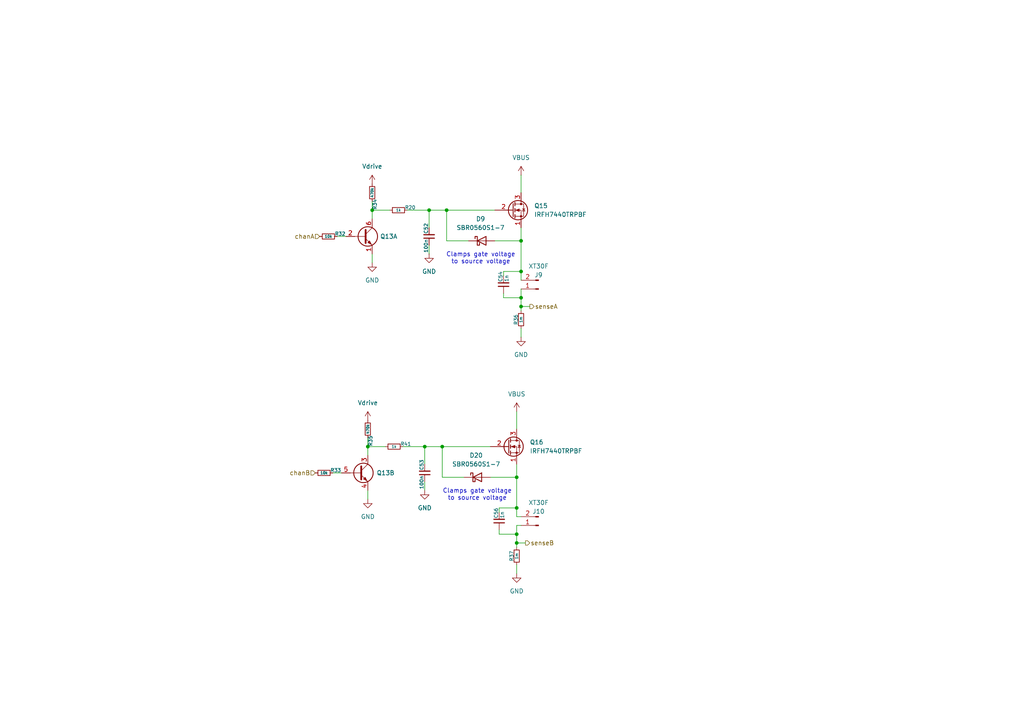
<source format=kicad_sch>
(kicad_sch (version 20250114) (generator "eeschema") (generator_version "9.0")
  (paper "A4")
  (lib_symbols
    (symbol "Bluesat:C_CompactH" (pin_numbers (hide yes)) (pin_names (offset 0.254) (hide yes))
      (property "Reference" "C" (at 0.762 0.889 0))
      (property "Value" "C_CompactH" (at -0.762 0.889 0))
      (symbol "C_CompactH_0_1"
        (polyline (pts (xy -0.508 -1.524) (xy -0.508 1.524)) (stroke (width 0.3048)))
        (polyline (pts (xy 0.508 -1.524) (xy 0.508 1.524)) (stroke (width 0.3302)))
      )
      (symbol "C_CompactH_1_1"
        (pin passive line (at -2.54 0 0) (length 2.032) (name "~") (number "1"))
        (pin passive line (at 2.54 0 180) (length 2.032) (name "~") (number "2"))
      )
    )
    (symbol "Bluesat:C_CompactV" (pin_numbers (hide yes)) (pin_names (offset 0.254) (hide yes))
      (property "Reference" "C" (at -0.889 0.762 90))
      (property "Value" "C_CompactV" (at 0.889 0.762 90))
      (symbol "C_CompactV_0_1"
        (polyline (pts (xy 1.524 0.508) (xy -1.524 0.508)) (stroke (width 0.3302)))
        (polyline (pts (xy 1.524 -0.508) (xy -1.524 -0.508)) (stroke (width 0.3048)))
      )
      (symbol "C_CompactV_1_1"
        (pin passive line (at 0 2.54 270) (length 2.032) (name "~") (number "2"))
        (pin passive line (at 0 -2.54 90) (length 2.032) (name "~") (number "1"))
      )
    )
    (symbol "Bluesat:R_CompactH" (pin_numbers (hide yes)) (pin_names (offset 0.254) (hide yes))
      (property "Reference" "R" (at 1.8415 0.1905 0))
      (property "Value" "R_CompactH" (at 0 0 0))
      (symbol "R_CompactH_0_1"
        (rectangle (start -1.778 -0.762) (end 1.778 0.762) (stroke (width 0.2032)))
      )
      (symbol "R_CompactH_1_1"
        (pin passive line (at -2.54 0 0) (length 0.762) (name "~") (number "1"))
        (pin passive line (at 2.54 0 180) (length 0.762) (name "~") (number "2"))
      )
    )
    (symbol "Bluesat:R_CompactV" (pin_numbers (hide yes)) (pin_names (offset 0.254) (hide yes))
      (property "Reference" "R" (at -0.889 0 90))
      (property "Value" "R_CompactV" (at 0 0 90))
      (symbol "R_CompactV_0_1"
        (rectangle (start -0.762 1.778) (end 0.762 -1.778) (stroke (width 0.2032)))
      )
      (symbol "R_CompactV_1_1"
        (pin passive line (at 0 2.54 270) (length 0.762) (name "~") (number "1"))
        (pin passive line (at 0 -2.54 90) (length 0.762) (name "~") (number "2"))
      )
    )
    (symbol "Connector:Conn_01x02_Pin" (pin_names (offset 1.016) (hide yes))
      (property "Reference" "J" (at 0 2.54 0))
      (property "Value" "Conn_01x02_Pin" (at 0 -5.08 0))
      (symbol "Conn_01x02_Pin_1_1"
        (rectangle (start 0.8636 0.127) (end 0 -0.127) (stroke (width 0.1524)) (fill (type outline)))
        (rectangle (start 0.8636 -2.413) (end 0 -2.667) (stroke (width 0.1524)) (fill (type outline)))
        (polyline (pts (xy 1.27 0) (xy 0.8636 0)) (stroke (width 0.1524)))
        (polyline (pts (xy 1.27 -2.54) (xy 0.8636 -2.54)) (stroke (width 0.1524)))
        (pin passive line (at 5.08 0 180) (length 3.81) (name "Pin_1") (number "1"))
        (pin passive line (at 5.08 -2.54 180) (length 3.81) (name "Pin_2") (number "2"))
      )
    )
    (symbol "Device:D_Schottky" (pin_numbers (hide yes)) (pin_names (offset 1.016) (hide yes))
      (property "Reference" "D" (at 0 2.54 0))
      (property "Value" "D_Schottky" (at 0 -2.54 0))
      (symbol "D_Schottky_0_1"
        (polyline (pts (xy -1.905 0.635) (xy -1.905 1.27) (xy -1.27 1.27) (xy -1.27 -1.27) (xy -0.635 -1.27) (xy -0.635 -0.635)) (stroke (width 0.254)))
        (polyline (pts (xy 1.27 1.27) (xy 1.27 -1.27) (xy -1.27 0) (xy 1.27 1.27)) (stroke (width 0.254)))
        (polyline (pts (xy 1.27 0) (xy -1.27 0)))
      )
      (symbol "D_Schottky_1_1"
        (pin passive line (at -3.81 0 0) (length 2.54) (name "K") (number "1"))
        (pin passive line (at 3.81 0 180) (length 2.54) (name "A") (number "2"))
      )
    )
    (symbol "Transistor_BJT:Q_Dual_NPN_NPN_E1B1C2E2B2C1" (pin_names (offset 0) (hide yes))
      (property "Reference" "Q" (at 5.08 1.27 0))
      (property "Value" "Q_Dual_NPN_NPN_E1B1C2E2B2C1" (at 5.08 -1.27 0))
      (symbol "Q_Dual_NPN_NPN_E1B1C2E2B2C1_0_1"
        (polyline (pts (xy 0.635 1.905) (xy 0.635 -1.905)) (stroke (width 0.508)))
        (polyline (pts (xy 0.635 0.635) (xy 2.54 2.54)))
        (polyline (pts (xy 0.635 0) (xy -2.54 0)))
        (polyline (pts (xy 0.635 -0.635) (xy 2.54 -2.54)))
        (circle (center 1.27 0) (radius 2.8194) (stroke (width 0.254)))
        (polyline (pts (xy 1.27 -1.778) (xy 1.778 -1.27) (xy 2.286 -2.286) (xy 1.27 -1.778)) (fill (type outline)))
      )
      (symbol "Q_Dual_NPN_NPN_E1B1C2E2B2C1_1_1"
        (pin input line (at -5.08 0 0) (length 2.54) (name "B1") (number "2"))
        (pin passive line (at 2.54 5.08 270) (length 2.54) (name "C1") (number "6"))
        (pin passive line (at 2.54 -5.08 90) (length 2.54) (name "E1") (number "1"))
      )
      (symbol "Q_Dual_NPN_NPN_E1B1C2E2B2C1_2_1"
        (pin input line (at -5.08 0 0) (length 2.54) (name "B2") (number "5"))
        (pin passive line (at 2.54 5.08 270) (length 2.54) (name "C2") (number "3"))
        (pin passive line (at 2.54 -5.08 90) (length 2.54) (name "E2") (number "4"))
      )
    )
    (symbol "Transistor_FET:Q_NMOS_SGD" (pin_names (offset 0) (hide yes))
      (property "Reference" "Q" (at 5.08 1.905 0))
      (property "Value" "Q_NMOS_SGD" (at 5.08 0 0))
      (symbol "Q_NMOS_SGD_0_1"
        (polyline (pts (xy 0.254 1.905) (xy 0.254 -1.905)) (stroke (width 0.254)))
        (polyline (pts (xy 0.254 0) (xy -2.54 0)))
        (polyline (pts (xy 0.762 2.286) (xy 0.762 1.27)) (stroke (width 0.254)))
        (polyline (pts (xy 0.762 0.508) (xy 0.762 -0.508)) (stroke (width 0.254)))
        (polyline (pts (xy 0.762 -1.27) (xy 0.762 -2.286)) (stroke (width 0.254)))
        (polyline (pts (xy 0.762 -1.778) (xy 3.302 -1.778) (xy 3.302 1.778) (xy 0.762 1.778)))
        (polyline (pts (xy 1.016 0) (xy 2.032 0.381) (xy 2.032 -0.381) (xy 1.016 0)) (fill (type outline)))
        (circle (center 1.651 0) (radius 2.794) (stroke (width 0.254)))
        (polyline (pts (xy 2.54 2.54) (xy 2.54 1.778)))
        (circle (center 2.54 1.778) (radius 0.254) (fill (type outline)))
        (circle (center 2.54 -1.778) (radius 0.254) (fill (type outline)))
        (polyline (pts (xy 2.54 -2.54) (xy 2.54 0) (xy 0.762 0)))
        (polyline (pts (xy 2.921 0.381) (xy 3.683 0.381)))
        (polyline (pts (xy 3.302 0.381) (xy 2.921 -0.254) (xy 3.683 -0.254) (xy 3.302 0.381)))
      )
      (symbol "Q_NMOS_SGD_1_1"
        (pin input line (at -5.08 0 0) (length 5.08) (name "G") (number "2"))
        (pin passive line (at 2.54 5.08 270) (length 2.54) (name "D") (number "3"))
        (pin passive line (at 2.54 -5.08 90) (length 2.54) (name "S") (number "1"))
      )
    )
    (symbol "power:GND" (power) (pin_numbers (hide yes)) (pin_names (offset 0) (hide yes))
      (property "Value" "GND" (at 0 -3.81 0))
      (symbol "GND_0_1"
        (polyline (pts (xy 0 0) (xy 0 -1.27) (xy 1.27 -1.27) (xy 0 -2.54) (xy -1.27 -1.27) (xy 0 -1.27)))
      )
      (symbol "GND_1_1"
        (pin power_in line (at 0 0 270) (length 0) (name "~") (number "1"))
      )
    )
    (symbol "power:VBUS" (power) (pin_numbers (hide yes)) (pin_names (offset 0) (hide yes))
      (property "Value" "VBUS" (at 0 3.556 0))
      (symbol "VBUS_0_1"
        (polyline (pts (xy -0.762 1.27) (xy 0 2.54)))
        (polyline (pts (xy 0 2.54) (xy 0.762 1.27)))
        (polyline (pts (xy 0 0) (xy 0 2.54)))
      )
      (symbol "VBUS_1_1"
        (pin power_in line (at 0 0 90) (length 0) (name "~") (number "1"))
      )
    )
    (symbol "power:Vdrive" (power) (pin_numbers (hide yes)) (pin_names (offset 0) (hide yes))
      (property "Value" "Vdrive" (at 0 3.556 0))
      (symbol "Vdrive_0_1"
        (polyline (pts (xy -0.762 1.27) (xy 0 2.54)))
        (polyline (pts (xy 0 2.54) (xy 0.762 1.27)))
        (polyline (pts (xy 0 0) (xy 0 2.54)))
      )
      (symbol "Vdrive_1_1"
        (pin power_in line (at 0 0 90) (length 0) (name "~") (number "1"))
      )
    )
  )
  (text "Clamps gate voltage\nto source voltage" (at 139.446 74.93 0) (effects (font (size 1.27 1.27))))
  (text "Clamps gate voltage\nto source voltage" (at 138.43 143.51 0) (effects (font (size 1.27 1.27))))
  (junction (at 149.86 138.43))
  (junction (at 149.86 157.48))
  (junction (at 149.86 147.32))
  (junction (at 107.95 60.96))
  (junction (at 129.54 60.96))
  (junction (at 151.13 86.36))
  (junction (at 123.19 129.54))
  (junction (at 151.13 78.74))
  (junction (at 128.27 129.54))
  (junction (at 149.86 154.94))
  (junction (at 124.46 60.96))
  (junction (at 151.13 69.85))
  (junction (at 106.68 129.54))
  (junction (at 151.13 88.9))
  (wire (pts (xy 106.68 129.54) (xy 106.68 132.08)))
  (wire (pts (xy 107.95 60.96) (xy 113.03 60.96)))
  (wire (pts (xy 123.19 129.54) (xy 128.27 129.54)))
  (wire (pts (xy 151.13 95.25) (xy 151.13 97.79)))
  (wire (pts (xy 106.68 129.54) (xy 111.76 129.54)))
  (wire (pts (xy 144.78 147.32) (xy 144.78 148.59)))
  (wire (pts (xy 151.13 86.36) (xy 151.13 88.9)))
  (wire (pts (xy 135.89 69.85) (xy 129.54 69.85)))
  (wire (pts (xy 124.46 60.96) (xy 129.54 60.96)))
  (wire (pts (xy 149.86 138.43) (xy 149.86 147.32)))
  (wire (pts (xy 107.95 60.96) (xy 107.95 63.5)))
  (wire (pts (xy 144.78 147.32) (xy 149.86 147.32)))
  (wire (pts (xy 107.95 73.66) (xy 107.95 76.2)))
  (wire (pts (xy 151.13 83.82) (xy 151.13 86.36)))
  (wire (pts (xy 142.24 138.43) (xy 149.86 138.43)))
  (wire (pts (xy 149.86 163.83) (xy 149.86 166.37)))
  (wire (pts (xy 129.54 69.85) (xy 129.54 60.96)))
  (wire (pts (xy 143.51 69.85) (xy 151.13 69.85)))
  (wire (pts (xy 146.05 78.74) (xy 151.13 78.74)))
  (wire (pts (xy 128.27 129.54) (xy 142.24 129.54)))
  (wire (pts (xy 149.86 157.48) (xy 152.4 157.48)))
  (wire (pts (xy 96.52 137.16) (xy 99.06 137.16)))
  (wire (pts (xy 129.54 60.96) (xy 143.51 60.96)))
  (wire (pts (xy 144.78 154.94) (xy 149.86 154.94)))
  (wire (pts (xy 106.68 142.24) (xy 106.68 144.78)))
  (wire (pts (xy 149.86 134.62) (xy 149.86 138.43)))
  (wire (pts (xy 146.05 78.74) (xy 146.05 80.01)))
  (wire (pts (xy 149.86 149.86) (xy 151.13 149.86)))
  (wire (pts (xy 146.05 85.09) (xy 146.05 86.36)))
  (wire (pts (xy 151.13 78.74) (xy 151.13 81.28)))
  (wire (pts (xy 146.05 86.36) (xy 151.13 86.36)))
  (wire (pts (xy 118.11 60.96) (xy 124.46 60.96)))
  (wire (pts (xy 123.19 139.7) (xy 123.19 142.24)))
  (wire (pts (xy 116.84 129.54) (xy 123.19 129.54)))
  (wire (pts (xy 106.68 127) (xy 106.68 129.54)))
  (wire (pts (xy 124.46 60.96) (xy 124.46 66.04)))
  (wire (pts (xy 149.86 154.94) (xy 149.86 157.48)))
  (wire (pts (xy 151.13 88.9) (xy 151.13 90.17)))
  (wire (pts (xy 151.13 50.8) (xy 151.13 55.88)))
  (wire (pts (xy 151.13 88.9) (xy 153.67 88.9)))
  (wire (pts (xy 149.86 152.4) (xy 151.13 152.4)))
  (wire (pts (xy 124.46 71.12) (xy 124.46 73.66)))
  (wire (pts (xy 134.62 138.43) (xy 128.27 138.43)))
  (wire (pts (xy 107.95 58.42) (xy 107.95 60.96)))
  (wire (pts (xy 123.19 129.54) (xy 123.19 134.62)))
  (wire (pts (xy 128.27 138.43) (xy 128.27 129.54)))
  (wire (pts (xy 151.13 66.04) (xy 151.13 69.85)))
  (wire (pts (xy 151.13 69.85) (xy 151.13 78.74)))
  (wire (pts (xy 149.86 147.32) (xy 149.86 149.86)))
  (wire (pts (xy 97.79 68.58) (xy 100.33 68.58)))
  (wire (pts (xy 149.86 152.4) (xy 149.86 154.94)))
  (wire (pts (xy 144.78 153.67) (xy 144.78 154.94)))
  (wire (pts (xy 149.86 119.38) (xy 149.86 124.46)))
  (wire (pts (xy 149.86 157.48) (xy 149.86 158.75)))
  (hierarchical_label "chanA" (shape input) (at 92.71 68.58 180))
  (hierarchical_label "senseA" (shape output) (at 153.67 88.9 0))
  (hierarchical_label "chanB" (shape input) (at 91.44 137.16 180))
  (hierarchical_label "senseB" (shape output) (at 152.4 157.48 0))
  (symbol (lib_id "power:VBUS") (at 149.86 119.38 0) (unit 1)
    (property "Reference" "#PWR0118" (effects (hide yes)))
    (property "Value" "VBUS" (at 149.86 114.3 0))
    (property "Description" "Power symbol creates a global label with name \"VBUS\"" (effects (hide yes)))
    (instances (project "system_power_hub" (path "" (reference "#PWR0131") (unit 1)) (path "" (reference "#PWR0101") (unit 1)) (path "" (reference "#PWR0118") (unit 1)) (path "" (reference "#PWR090") (unit 1))))
  )
  (symbol (lib_id "Bluesat:R_CompactH") (at 93.98 137.16 0) (unit 1)
    (property "Reference" "R6" (at 95.8215 136.9695 0) (effects (font (size 1.016 1.016)) (justify left bottom)))
    (property "Value" "10k" (at 93.98 137.16 0) (effects (font (size 0.762 0.762))))
    (property "Footprint" "Resistor_SMD:R_0402_1005Metric" (effects (hide yes)))
    (property "Description" "Resistor, compact symbol" (effects (hide yes)))
    (instances (project "system_power_hub" (path "" (reference "R33") (unit 1)) (path "" (reference "R25") (unit 1)) (path "" (reference "R6") (unit 1)) (path "" (reference "R21") (unit 1))))
  )
  (symbol (lib_id "Connector:Conn_01x02_Pin") (at 156.21 152.4 180) (unit 1)
    (property "Reference" "J4" (at 156.21 148.336 0))
    (property "Value" "XT30F" (at 156.21 145.796 0))
    (property "Footprint" "Connector_AMASS:AMASS_XT30PW-F_1x02_P2.50mm_Horizontal" (effects (hide yes)))
    (property "Description" "Generic connector, single row, 01x02, script generated" (effects (hide yes)))
    (instances (project "system_power_hub" (path "" (reference "J10") (unit 1)) (path "" (reference "J5") (unit 1)) (path "" (reference "J4") (unit 1)) (path "" (reference "J8") (unit 1))))
  )
  (symbol (lib_id "Transistor_FET:Q_NMOS_SGD") (at 148.59 60.96 0) (unit 1)
    (property "Reference" "Q4" (at 154.94 59.6899 0) (effects (justify left)))
    (property "Value" "IRFH7440TRPBF" (at 154.94 62.2299 0) (effects (justify left)))
    (property "Footprint" "Bluesat:PQFN_5x6mm_E_SGD" (effects (hide yes)))
    (property "Description" "N-MOSFET transistor, source/gate/drain" (effects (hide yes)))
    (instances (project "system_power_hub" (path "" (reference "Q15") (unit 1)) (path "" (reference "Q7") (unit 1)) (path "" (reference "Q4") (unit 1)) (path "" (reference "Q9") (unit 1))))
  )
  (symbol (lib_id "Bluesat:R_CompactH") (at 115.57 60.96 0) (unit 1)
    (property "Reference" "R18" (at 117.4115 60.7695 0) (effects (font (size 1.016 1.016)) (justify left bottom)))
    (property "Value" "1k" (at 115.57 60.96 0) (effects (font (size 0.762 0.762))))
    (property "Footprint" "Resistor_SMD:R_0402_1005Metric" (effects (hide yes)))
    (property "Description" "Resistor, compact symbol" (effects (hide yes)))
    (instances (project "system_power_hub" (path "" (reference "R20") (unit 1)) (path "" (reference "R38") (unit 1)) (path "" (reference "R18") (unit 1)) (path "" (reference "R39") (unit 1))))
  )
  (symbol (lib_id "Bluesat:R_CompactH") (at 106.68 124.46 270) (unit 1)
    (property "Reference" "R9" (at 106.8705 126.3015 0) (effects (font (size 1.016 1.016)) (justify left bottom)))
    (property "Value" "470k" (at 106.68 124.46 0) (effects (font (size 0.762 0.762))))
    (property "Footprint" "Resistor_SMD:R_0402_1005Metric" (effects (hide yes)))
    (property "Description" "Resistor, compact symbol" (effects (hide yes)))
    (instances (project "system_power_hub" (path "" (reference "R35") (unit 1)) (path "" (reference "R29") (unit 1)) (path "" (reference "R9") (unit 1)) (path "" (reference "R23") (unit 1))))
  )
  (symbol (lib_id "power:GND") (at 151.13 97.79 0) (unit 1)
    (property "Reference" "#PWR0113" (effects (hide yes)))
    (property "Value" "GND" (at 151.13 102.87 0))
    (property "Description" "Power symbol creates a global label with name \"GND\" , ground" (effects (hide yes)))
    (instances (project "system_power_hub" (path "" (reference "#PWR0127") (unit 1)) (path "" (reference "#PWR0100") (unit 1)) (path "" (reference "#PWR0113") (unit 1)) (path "" (reference "#PWR089") (unit 1))))
  )
  (symbol (lib_id "power:VBUS") (at 151.13 50.8 0) (unit 1)
    (property "Reference" "#PWR0110" (effects (hide yes)))
    (property "Value" "VBUS" (at 151.13 45.72 0))
    (property "Description" "Power symbol creates a global label with name \"VBUS\"" (effects (hide yes)))
    (instances (project "system_power_hub" (path "" (reference "#PWR0125") (unit 1)) (path "" (reference "#PWR099") (unit 1)) (path "" (reference "#PWR0110") (unit 1)) (path "" (reference "#PWR088") (unit 1))))
  )
  (symbol (lib_id "Bluesat:R_CompactV") (at 151.13 92.71 0) (unit 1)
    (property "Reference" "R10" (at 150.241 92.71 90) (effects (font (size 1.016 1.016)) (justify bottom)))
    (property "Value" "1m" (at 151.13 92.71 90) (effects (font (size 0.762 0.762))))
    (property "Footprint" "Resistor_SMD:R_2512_6332Metric" (effects (hide yes)))
    (property "Description" "Resistor, compact symbol" (effects (hide yes)))
    (instances (project "system_power_hub" (path "" (reference "R36") (unit 1)) (path "" (reference "R30") (unit 1)) (path "" (reference "R10") (unit 1)) (path "" (reference "R26") (unit 1))))
  )
  (symbol (lib_id "Bluesat:C_CompactH") (at 123.19 137.16 90) (unit 1)
    (property "Reference" "C9" (at 122.301 136.398 0) (effects (font (size 1.016 1.016)) (justify left)))
    (property "Value" "100n" (at 122.301 137.922 0) (effects (font (size 1.016 1.016)) (justify right)))
    (property "Footprint" "Capacitor_SMD:C_0603_1608Metric" (effects (hide yes)))
    (property "Description" "Unpolarized capacitor, compact symbol" (effects (hide yes)))
    (instances (project "system_power_hub" (path "" (reference "C53") (unit 1)) (path "" (reference "C35") (unit 1)) (path "" (reference "C9") (unit 1)) (path "" (reference "C43") (unit 1))))
  )
  (symbol (lib_id "Connector:Conn_01x02_Pin") (at 156.21 83.82 180) (unit 1)
    (property "Reference" "J2" (at 156.21 79.756 0))
    (property "Value" "XT30F" (at 156.21 77.216 0))
    (property "Footprint" "Connector_AMASS:AMASS_XT30PW-F_1x02_P2.50mm_Horizontal" (effects (hide yes)))
    (property "Description" "Generic connector, single row, 01x02, script generated" (effects (hide yes)))
    (instances (project "system_power_hub" (path "" (reference "J9") (unit 1)) (path "" (reference "J3") (unit 1)) (path "" (reference "J2") (unit 1)) (path "" (reference "J7") (unit 1))))
  )
  (symbol (lib_id "Bluesat:C_CompactV") (at 144.78 151.13 0) (unit 1)
    (property "Reference" "C19" (at 143.891 150.368 90) (effects (font (size 1.016 1.016)) (justify left)))
    (property "Value" "1n" (at 145.669 150.368 90) (effects (font (size 1.016 1.016)) (justify left)))
    (property "Footprint" "Capacitor_SMD:C_0402_1005Metric" (effects (hide yes)))
    (property "Description" "Unpolarized capacitor, compact symbol" (effects (hide yes)))
    (instances (project "system_power_hub" (path "" (reference "C56") (unit 1)) (path "" (reference "C40") (unit 1)) (path "" (reference "C19") (unit 1)) (path "" (reference "C46") (unit 1))))
  )
  (symbol (lib_id "Bluesat:R_CompactV") (at 149.86 161.29 0) (unit 1)
    (property "Reference" "R11" (at 148.971 161.29 90) (effects (font (size 1.016 1.016)) (justify bottom)))
    (property "Value" "1m" (at 149.86 161.29 90) (effects (font (size 0.762 0.762))))
    (property "Footprint" "Resistor_SMD:R_2512_6332Metric" (effects (hide yes)))
    (property "Description" "Resistor, compact symbol" (effects (hide yes)))
    (instances (project "system_power_hub" (path "" (reference "R37") (unit 1)) (path "" (reference "R31") (unit 1)) (path "" (reference "R11") (unit 1)) (path "" (reference "R27") (unit 1))))
  )
  (symbol (lib_id "power:GND") (at 106.68 144.78 0) (unit 1)
    (property "Reference" "#PWR0120" (effects (hide yes)))
    (property "Value" "GND" (at 106.68 149.86 0))
    (property "Description" "Power symbol creates a global label with name \"GND\" , ground" (effects (hide yes)))
    (instances (project "system_power_hub" (path "" (reference "#PWR0133") (unit 1)) (path "" (reference "#PWR096") (unit 1)) (path "" (reference "#PWR0120") (unit 1)) (path "" (reference "#PWR085") (unit 1))))
  )
  (symbol (lib_id "Bluesat:R_CompactH") (at 114.3 129.54 0) (unit 1)
    (property "Reference" "R40" (at 116.1415 129.3495 0) (effects (font (size 1.016 1.016)) (justify left bottom)))
    (property "Value" "1k" (at 114.3 129.54 0) (effects (font (size 0.762 0.762))))
    (property "Footprint" "Resistor_SMD:R_0402_1005Metric" (effects (hide yes)))
    (property "Description" "Resistor, compact symbol" (effects (hide yes)))
    (instances (project "system_power_hub" (path "" (reference "R41") (unit 1)) (path "" (reference "R42") (unit 1)) (path "" (reference "R40") (unit 1)) (path "" (reference "R43") (unit 1))))
  )
  (symbol (lib_id "power:GND") (at 149.86 166.37 0) (unit 1)
    (property "Reference" "#PWR0115" (effects (hide yes)))
    (property "Value" "GND" (at 149.86 171.45 0))
    (property "Description" "Power symbol creates a global label with name \"GND\" , ground" (effects (hide yes)))
    (instances (project "system_power_hub" (path "" (reference "#PWR0129") (unit 1)) (path "" (reference "#PWR0102") (unit 1)) (path "" (reference "#PWR0115") (unit 1)) (path "" (reference "#PWR091") (unit 1))))
  )
  (symbol (lib_id "Device:D_Schottky") (at 138.43 138.43 0) (unit 1)
    (property "Reference" "D19" (at 138.1125 132.08 0))
    (property "Value" "SBR0560S1-7" (at 138.1125 134.62 0))
    (property "Footprint" "Diode_SMD:D_SOD-123" (effects (hide yes)))
    (property "Description" "Schottky diode" (effects (hide yes)))
    (instances (project "system_power_hub" (path "" (reference "D20") (unit 1)) (path "" (reference "D21") (unit 1)) (path "" (reference "D19") (unit 1)) (path "" (reference "D22") (unit 1))))
  )
  (symbol (lib_id "Transistor_BJT:Q_Dual_NPN_NPN_E1B1C2E2B2C1") (at 104.14 137.16 0) (unit 2)
    (property "Reference" "Q2" (at 109.22 137.16 0) (effects (justify left)))
    (property "Value" "Q_Dual_NPN_NPN_E1B1C2E2B2C1" (effects (hide yes)))
    (property "Footprint" "Package_TO_SOT_SMD:SOT-363_SC-70-6" (effects (hide yes)))
    (property "Description" "Dual NPN transistor, 6 pin package" (effects (hide yes)))
    (instances (project "system_power_hub" (path "" (reference "Q13") (unit 2)) (path "" (reference "Q6") (unit 2)) (path "" (reference "Q2") (unit 2)) (path "" (reference "Q8") (unit 2))))
  )
  (symbol (lib_id "Transistor_BJT:Q_Dual_NPN_NPN_E1B1C2E2B2C1") (at 105.41 68.58 0) (unit 1)
    (property "Reference" "Q2" (at 110.236 68.58 0) (effects (justify left)))
    (property "Value" "Q_Dual_NPN_NPN_E1B1C2E2B2C1" (effects (hide yes)))
    (property "Footprint" "Package_TO_SOT_SMD:SOT-363_SC-70-6" (effects (hide yes)))
    (property "Description" "Dual NPN transistor, 6 pin package" (effects (hide yes)))
    (instances (project "system_power_hub" (path "" (reference "Q13") (unit 1)) (path "" (reference "Q6") (unit 1)) (path "" (reference "Q2") (unit 1)) (path "" (reference "Q8") (unit 1))))
  )
  (symbol (lib_id "Bluesat:C_CompactH") (at 124.46 68.58 90) (unit 1)
    (property "Reference" "C8" (at 123.571 67.818 0) (effects (font (size 1.016 1.016)) (justify left)))
    (property "Value" "100n" (at 123.571 69.342 0) (effects (font (size 1.016 1.016)) (justify right)))
    (property "Footprint" "Capacitor_SMD:C_0603_1608Metric" (effects (hide yes)))
    (property "Description" "Unpolarized capacitor, compact symbol" (effects (hide yes)))
    (instances (project "system_power_hub" (path "" (reference "C52") (unit 1)) (path "" (reference "C34") (unit 1)) (path "" (reference "C8") (unit 1)) (path "" (reference "C42") (unit 1))))
  )
  (symbol (lib_id "power:GND") (at 123.19 142.24 0) (unit 1)
    (property "Reference" "#PWR0114" (effects (hide yes)))
    (property "Value" "GND" (at 123.19 147.32 0))
    (property "Description" "Power symbol creates a global label with name \"GND\" , ground" (effects (hide yes)))
    (instances (project "system_power_hub" (path "" (reference "#PWR0128") (unit 1)) (path "" (reference "#PWR098") (unit 1)) (path "" (reference "#PWR0114") (unit 1)) (path "" (reference "#PWR087") (unit 1))))
  )
  (symbol (lib_id "power:GND") (at 124.46 73.66 0) (unit 1)
    (property "Reference" "#PWR0106" (effects (hide yes)))
    (property "Value" "GND" (at 124.46 78.74 0))
    (property "Description" "Power symbol creates a global label with name \"GND\" , ground" (effects (hide yes)))
    (instances (project "system_power_hub" (path "" (reference "#PWR0121") (unit 1)) (path "" (reference "#PWR097") (unit 1)) (path "" (reference "#PWR0106") (unit 1)) (path "" (reference "#PWR086") (unit 1))))
  )
  (symbol (lib_id "power:Vdrive") (at 106.68 121.92 0) (unit 1)
    (property "Reference" "#PWR0119" (effects (hide yes)))
    (property "Value" "Vdrive" (at 106.68 116.84 0))
    (property "Description" "Power symbol creates a global label with name \"Vdrive\"" (effects (hide yes)))
    (instances (project "system_power_hub" (path "" (reference "#PWR0132") (unit 1)) (path "" (reference "#PWR095") (unit 1)) (path "" (reference "#PWR0119") (unit 1)) (path "" (reference "#PWR084") (unit 1))))
  )
  (symbol (lib_id "Bluesat:R_CompactH") (at 95.25 68.58 0) (unit 1)
    (property "Reference" "R5" (at 97.0915 68.3895 0) (effects (font (size 1.016 1.016)) (justify left bottom)))
    (property "Value" "10k" (at 95.25 68.58 0) (effects (font (size 0.762 0.762))))
    (property "Footprint" "Resistor_SMD:R_0402_1005Metric" (effects (hide yes)))
    (property "Description" "Resistor, compact symbol" (effects (hide yes)))
    (instances (project "system_power_hub" (path "" (reference "R32") (unit 1)) (path "" (reference "R24") (unit 1)) (path "" (reference "R5") (unit 1)) (path "" (reference "R16") (unit 1))))
  )
  (symbol (lib_id "Device:D_Schottky") (at 139.7 69.85 0) (unit 1)
    (property "Reference" "D8" (at 139.3825 63.5 0))
    (property "Value" "SBR0560S1-7" (at 139.3825 66.04 0))
    (property "Footprint" "Diode_SMD:D_SOD-123" (effects (hide yes)))
    (property "Description" "Schottky diode" (effects (hide yes)))
    (instances (project "system_power_hub" (path "" (reference "D9") (unit 1)) (path "" (reference "D17") (unit 1)) (path "" (reference "D8") (unit 1)) (path "" (reference "D18") (unit 1))))
  )
  (symbol (lib_id "Bluesat:R_CompactH") (at 107.95 55.88 270) (unit 1)
    (property "Reference" "R7" (at 108.1405 57.7215 0) (effects (font (size 1.016 1.016)) (justify left bottom)))
    (property "Value" "470k" (at 107.95 55.88 0) (effects (font (size 0.762 0.762))))
    (property "Footprint" "Resistor_SMD:R_0402_1005Metric" (effects (hide yes)))
    (property "Description" "Resistor, compact symbol" (effects (hide yes)))
    (instances (project "system_power_hub" (path "" (reference "R34") (unit 1)) (path "" (reference "R28") (unit 1)) (path "" (reference "R7") (unit 1)) (path "" (reference "R22") (unit 1))))
  )
  (symbol (lib_id "Bluesat:C_CompactV") (at 146.05 82.55 0) (unit 1)
    (property "Reference" "C10" (at 145.161 81.788 90) (effects (font (size 1.016 1.016)) (justify left)))
    (property "Value" "1n" (at 146.939 81.788 90) (effects (font (size 1.016 1.016)) (justify left)))
    (property "Footprint" "Capacitor_SMD:C_0402_1005Metric" (effects (hide yes)))
    (property "Description" "Unpolarized capacitor, compact symbol" (effects (hide yes)))
    (instances (project "system_power_hub" (path "" (reference "C54") (unit 1)) (path "" (reference "C38") (unit 1)) (path "" (reference "C10") (unit 1)) (path "" (reference "C44") (unit 1))))
  )
  (symbol (lib_id "power:Vdrive") (at 107.95 53.34 0) (unit 1)
    (property "Reference" "#PWR0109" (effects (hide yes)))
    (property "Value" "Vdrive" (at 107.95 48.26 0))
    (property "Description" "Power symbol creates a global label with name \"Vdrive\"" (effects (hide yes)))
    (instances (project "system_power_hub" (path "" (reference "#PWR0124") (unit 1)) (path "" (reference "#PWR078") (unit 1)) (path "" (reference "#PWR0109") (unit 1)) (path "" (reference "#PWR082") (unit 1))))
  )
  (symbol (lib_id "Transistor_FET:Q_NMOS_SGD") (at 147.32 129.54 0) (unit 1)
    (property "Reference" "Q12" (at 153.67 128.2699 0) (effects (justify left)))
    (property "Value" "IRFH7440TRPBF" (at 153.67 130.8099 0) (effects (justify left)))
    (property "Footprint" "Bluesat:PQFN_5x6mm_E_SGD" (effects (hide yes)))
    (property "Description" "N-MOSFET transistor, source/gate/drain" (effects (hide yes)))
    (instances (project "system_power_hub" (path "" (reference "Q16") (unit 1)) (path "" (reference "Q11") (unit 1)) (path "" (reference "Q12") (unit 1)) (path "" (reference "Q10") (unit 1))))
  )
  (symbol (lib_id "power:GND") (at 107.95 76.2 0) (unit 1)
    (property "Reference" "#PWR0107" (effects (hide yes)))
    (property "Value" "GND" (at 107.95 81.28 0))
    (property "Description" "Power symbol creates a global label with name \"GND\" , ground" (effects (hide yes)))
    (instances (project "system_power_hub" (path "" (reference "#PWR0123") (unit 1)) (path "" (reference "#PWR094") (unit 1)) (path "" (reference "#PWR0107") (unit 1)) (path "" (reference "#PWR083") (unit 1))))
  )
)
</source>
